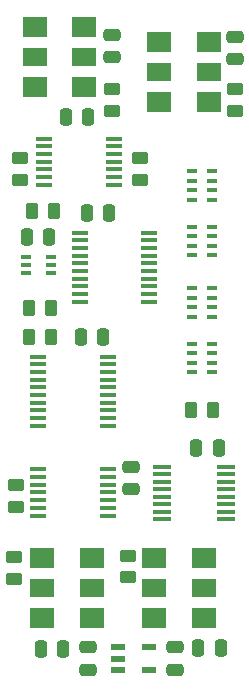
<source format=gtp>
%TF.GenerationSoftware,KiCad,Pcbnew,8.0.7*%
%TF.CreationDate,2025-01-06T14:37:13+02:00*%
%TF.ProjectId,Video Clock,56696465-6f20-4436-9c6f-636b2e6b6963,V1*%
%TF.SameCoordinates,Original*%
%TF.FileFunction,Paste,Top*%
%TF.FilePolarity,Positive*%
%FSLAX46Y46*%
G04 Gerber Fmt 4.6, Leading zero omitted, Abs format (unit mm)*
G04 Created by KiCad (PCBNEW 8.0.7) date 2025-01-06 14:37:13*
%MOMM*%
%LPD*%
G01*
G04 APERTURE LIST*
G04 Aperture macros list*
%AMRoundRect*
0 Rectangle with rounded corners*
0 $1 Rounding radius*
0 $2 $3 $4 $5 $6 $7 $8 $9 X,Y pos of 4 corners*
0 Add a 4 corners polygon primitive as box body*
4,1,4,$2,$3,$4,$5,$6,$7,$8,$9,$2,$3,0*
0 Add four circle primitives for the rounded corners*
1,1,$1+$1,$2,$3*
1,1,$1+$1,$4,$5*
1,1,$1+$1,$6,$7*
1,1,$1+$1,$8,$9*
0 Add four rect primitives between the rounded corners*
20,1,$1+$1,$2,$3,$4,$5,0*
20,1,$1+$1,$4,$5,$6,$7,0*
20,1,$1+$1,$6,$7,$8,$9,0*
20,1,$1+$1,$8,$9,$2,$3,0*%
G04 Aperture macros list end*
%ADD10RoundRect,0.250000X0.250000X0.475000X-0.250000X0.475000X-0.250000X-0.475000X0.250000X-0.475000X0*%
%ADD11RoundRect,0.250000X-0.475000X0.250000X-0.475000X-0.250000X0.475000X-0.250000X0.475000X0.250000X0*%
%ADD12RoundRect,0.250000X0.475000X-0.250000X0.475000X0.250000X-0.475000X0.250000X-0.475000X-0.250000X0*%
%ADD13R,2.000000X1.800000*%
%ADD14R,2.000000X1.600000*%
%ADD15RoundRect,0.250000X-0.262500X-0.450000X0.262500X-0.450000X0.262500X0.450000X-0.262500X0.450000X0*%
%ADD16R,1.150000X0.600000*%
%ADD17R,0.900000X0.450000*%
%ADD18R,1.475000X0.450000*%
%ADD19RoundRect,0.250000X-0.250000X-0.475000X0.250000X-0.475000X0.250000X0.475000X-0.250000X0.475000X0*%
%ADD20RoundRect,0.250000X0.450000X-0.262500X0.450000X0.262500X-0.450000X0.262500X-0.450000X-0.262500X0*%
%ADD21RoundRect,0.250000X-0.450000X0.262500X-0.450000X-0.262500X0.450000X-0.262500X0.450000X0.262500X0*%
%ADD22R,1.525000X0.430000*%
%ADD23R,0.950000X0.450000*%
%ADD24R,0.875000X0.450000*%
G04 APERTURE END LIST*
D10*
%TO.C,C4*%
X9570000Y-24003000D03*
X7670000Y-24003000D03*
%TD*%
D11*
%TO.C,C7*%
X11938000Y-35007000D03*
X11938000Y-36907000D03*
%TD*%
D12*
%TO.C,C10*%
X15637200Y-52155600D03*
X15637200Y-50255600D03*
%TD*%
D13*
%TO.C,Y2*%
X3742000Y2286000D03*
D14*
X3742000Y-254000D03*
D13*
X3742000Y-2794000D03*
X7942000Y-2794000D03*
D14*
X7942000Y-254000D03*
D13*
X7942000Y2286000D03*
%TD*%
D15*
%TO.C,R10*%
X16994500Y-30216000D03*
X18819500Y-30216000D03*
%TD*%
D16*
%TO.C,IC11*%
X10811200Y-50271600D03*
X10811200Y-51221600D03*
X10811200Y-52171600D03*
X13411200Y-52171600D03*
X13411200Y-50271600D03*
%TD*%
D17*
%TO.C,RN2*%
X17057000Y-14655800D03*
X17057000Y-15455800D03*
X17057000Y-16255800D03*
X17057000Y-17055800D03*
X18757000Y-17055800D03*
X18757000Y-16255800D03*
X18757000Y-15455800D03*
X18757000Y-14655800D03*
%TD*%
D13*
%TO.C,Y3*%
X8577000Y-47752000D03*
D14*
X8577000Y-45212000D03*
D13*
X8577000Y-42672000D03*
X4377000Y-42672000D03*
D14*
X4377000Y-45212000D03*
D13*
X4377000Y-47752000D03*
%TD*%
D18*
%TO.C,IC1*%
X4047000Y-25650000D03*
X4047000Y-26300000D03*
X4047000Y-26950000D03*
X4047000Y-27600000D03*
X4047000Y-28250000D03*
X4047000Y-28900000D03*
X4047000Y-29550000D03*
X4047000Y-30200000D03*
X4047000Y-30850000D03*
X4047000Y-31500000D03*
X9923000Y-31500000D03*
X9923000Y-30850000D03*
X9923000Y-30200000D03*
X9923000Y-29550000D03*
X9923000Y-28900000D03*
X9923000Y-28250000D03*
X9923000Y-27600000D03*
X9923000Y-26950000D03*
X9923000Y-26300000D03*
X9923000Y-25650000D03*
%TD*%
D19*
%TO.C,C5*%
X4273000Y-50419000D03*
X6173000Y-50419000D03*
%TD*%
D20*
%TO.C,R8*%
X2149000Y-38377500D03*
X2149000Y-36552500D03*
%TD*%
D21*
%TO.C,R1*%
X20711000Y-3024500D03*
X20711000Y-4849500D03*
%TD*%
D22*
%TO.C,IC4*%
X14560000Y-34989000D03*
X14560000Y-35623000D03*
X14560000Y-36259000D03*
X14560000Y-36893000D03*
X14560000Y-37529000D03*
X14560000Y-38163000D03*
X14560000Y-38799000D03*
X14560000Y-39433000D03*
X19984000Y-39433000D03*
X19984000Y-38799000D03*
X19984000Y-38163000D03*
X19984000Y-37529000D03*
X19984000Y-36893000D03*
X19984000Y-36259000D03*
X19984000Y-35623000D03*
X19984000Y-34989000D03*
%TD*%
D23*
%TO.C,CN1*%
X17057000Y-24581000D03*
X17057000Y-25381000D03*
X17057000Y-26181000D03*
X17057000Y-26981000D03*
X18757000Y-26981000D03*
X18757000Y-26181000D03*
X18757000Y-25381000D03*
X18757000Y-24581000D03*
%TD*%
D20*
%TO.C,R9*%
X11674000Y-44346500D03*
X11674000Y-42521500D03*
%TD*%
D10*
%TO.C,C11*%
X4998000Y-15494000D03*
X3098000Y-15494000D03*
%TD*%
D17*
%TO.C,RN1*%
X17057000Y-19862800D03*
X17057000Y-20662800D03*
X17057000Y-21462800D03*
X17057000Y-22262800D03*
X18757000Y-22262800D03*
X18757000Y-21462800D03*
X18757000Y-20662800D03*
X18757000Y-19862800D03*
%TD*%
D21*
%TO.C,R3*%
X10297000Y-3024500D03*
X10297000Y-4849500D03*
%TD*%
D10*
%TO.C,C1*%
X10078000Y-13462000D03*
X8178000Y-13462000D03*
%TD*%
D20*
%TO.C,R4*%
X12690000Y-10691500D03*
X12690000Y-8866500D03*
%TD*%
D13*
%TO.C,Y1*%
X14283000Y1016000D03*
D14*
X14283000Y-1524000D03*
D13*
X14283000Y-4064000D03*
X18483000Y-4064000D03*
D14*
X18483000Y-1524000D03*
D13*
X18483000Y1016000D03*
%TD*%
%TO.C,Y4*%
X18076604Y-47752000D03*
D14*
X18076604Y-45212000D03*
D13*
X18076604Y-42672000D03*
X13876604Y-42672000D03*
D14*
X13876604Y-45212000D03*
D13*
X13876604Y-47752000D03*
%TD*%
D20*
%TO.C,R7*%
X2022000Y-44473500D03*
X2022000Y-42648500D03*
%TD*%
D11*
%TO.C,C2*%
X10287000Y1569000D03*
X10287000Y-331000D03*
%TD*%
D15*
%TO.C,R11*%
X3532500Y-13325000D03*
X5357500Y-13325000D03*
%TD*%
%TO.C,R5*%
X3278500Y-21580000D03*
X5103500Y-21580000D03*
%TD*%
D11*
%TO.C,C3*%
X20701000Y1442000D03*
X20701000Y-458000D03*
%TD*%
D15*
%TO.C,R6*%
X3278500Y-23993000D03*
X5103500Y-23993000D03*
%TD*%
D18*
%TO.C,IC3*%
X7577600Y-15159800D03*
X7577600Y-15809800D03*
X7577600Y-16459800D03*
X7577600Y-17109800D03*
X7577600Y-17759800D03*
X7577600Y-18409800D03*
X7577600Y-19059800D03*
X7577600Y-19709800D03*
X7577600Y-20359800D03*
X7577600Y-21009800D03*
X13453600Y-21009800D03*
X13453600Y-20359800D03*
X13453600Y-19709800D03*
X13453600Y-19059800D03*
X13453600Y-18409800D03*
X13453600Y-17759800D03*
X13453600Y-17109800D03*
X13453600Y-16459800D03*
X13453600Y-15809800D03*
X13453600Y-15159800D03*
%TD*%
D12*
%TO.C,C9*%
X8301200Y-52155600D03*
X8301200Y-50255600D03*
%TD*%
D10*
%TO.C,C8*%
X19349000Y-33401000D03*
X17449000Y-33401000D03*
%TD*%
D19*
%TO.C,C6*%
X17608000Y-50292000D03*
X19508000Y-50292000D03*
%TD*%
D24*
%TO.C,IC5*%
X3002000Y-17257000D03*
X3002000Y-17907000D03*
X3002000Y-18557000D03*
X5126000Y-18557000D03*
X5126000Y-17907000D03*
X5126000Y-17257000D03*
%TD*%
D18*
%TO.C,IC6*%
X4047000Y-35210200D03*
X4047000Y-35860200D03*
X4047000Y-36510200D03*
X4047000Y-37160200D03*
X4047000Y-37810200D03*
X4047000Y-38460200D03*
X4047000Y-39110200D03*
X9923000Y-39110200D03*
X9923000Y-38460200D03*
X9923000Y-37810200D03*
X9923000Y-37160200D03*
X9923000Y-36510200D03*
X9923000Y-35860200D03*
X9923000Y-35210200D03*
%TD*%
D20*
%TO.C,R2*%
X2489200Y-10691500D03*
X2489200Y-8866500D03*
%TD*%
D10*
%TO.C,C12*%
X8300000Y-5334000D03*
X6400000Y-5334000D03*
%TD*%
D18*
%TO.C,IC2*%
X4555000Y-7194000D03*
X4555000Y-7844000D03*
X4555000Y-8494000D03*
X4555000Y-9144000D03*
X4555000Y-9794000D03*
X4555000Y-10444000D03*
X4555000Y-11094000D03*
X10431000Y-11094000D03*
X10431000Y-10444000D03*
X10431000Y-9794000D03*
X10431000Y-9144000D03*
X10431000Y-8494000D03*
X10431000Y-7844000D03*
X10431000Y-7194000D03*
%TD*%
D23*
%TO.C,CN2*%
X17057000Y-9976000D03*
X17057000Y-10776000D03*
X17057000Y-11576000D03*
X17057000Y-12376000D03*
X18757000Y-12376000D03*
X18757000Y-11576000D03*
X18757000Y-10776000D03*
X18757000Y-9976000D03*
%TD*%
M02*

</source>
